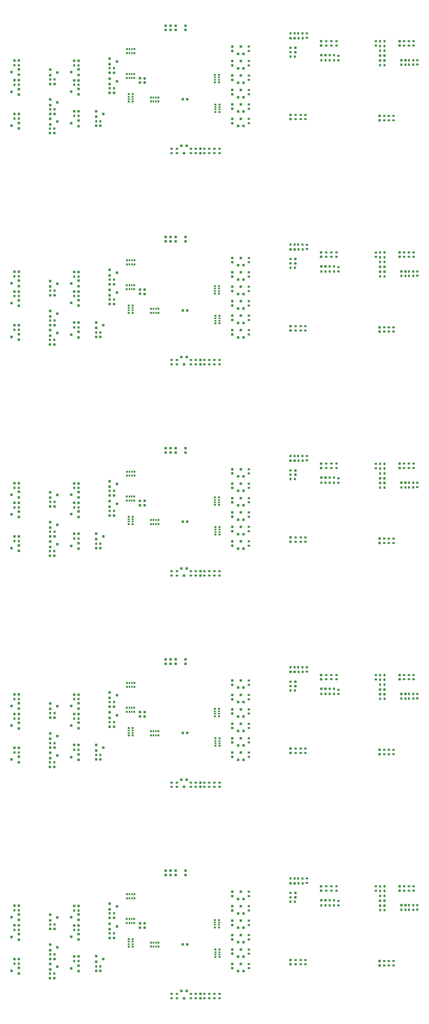
<source format=gbp>
G04*
G04 #@! TF.GenerationSoftware,Altium Limited,Altium Designer,25.3.3 (18)*
G04*
G04 Layer_Color=128*
%FSLAX44Y44*%
%MOMM*%
G71*
G04*
G04 #@! TF.SameCoordinates,C1B4E693-D7F7-4543-9357-B74F73BC7D76*
G04*
G04*
G04 #@! TF.FilePolarity,Positive*
G04*
G01*
G75*
G04:AMPARAMS|DCode=18|XSize=0.8mm|YSize=0.8mm|CornerRadius=0.12mm|HoleSize=0mm|Usage=FLASHONLY|Rotation=270.000|XOffset=0mm|YOffset=0mm|HoleType=Round|Shape=RoundedRectangle|*
%AMROUNDEDRECTD18*
21,1,0.8000,0.5600,0,0,270.0*
21,1,0.5600,0.8000,0,0,270.0*
1,1,0.2400,-0.2800,-0.2800*
1,1,0.2400,-0.2800,0.2800*
1,1,0.2400,0.2800,0.2800*
1,1,0.2400,0.2800,-0.2800*
%
%ADD18ROUNDEDRECTD18*%
%ADD19R,0.6400X0.7000*%
%ADD20R,0.5000X0.7000*%
G04:AMPARAMS|DCode=21|XSize=0.9mm|YSize=0.6mm|CornerRadius=0.09mm|HoleSize=0mm|Usage=FLASHONLY|Rotation=0.000|XOffset=0mm|YOffset=0mm|HoleType=Round|Shape=RoundedRectangle|*
%AMROUNDEDRECTD21*
21,1,0.9000,0.4200,0,0,0.0*
21,1,0.7200,0.6000,0,0,0.0*
1,1,0.1800,0.3600,-0.2100*
1,1,0.1800,-0.3600,-0.2100*
1,1,0.1800,-0.3600,0.2100*
1,1,0.1800,0.3600,0.2100*
%
%ADD21ROUNDEDRECTD21*%
G04:AMPARAMS|DCode=26|XSize=0.8mm|YSize=0.8mm|CornerRadius=0.12mm|HoleSize=0mm|Usage=FLASHONLY|Rotation=180.000|XOffset=0mm|YOffset=0mm|HoleType=Round|Shape=RoundedRectangle|*
%AMROUNDEDRECTD26*
21,1,0.8000,0.5600,0,0,180.0*
21,1,0.5600,0.8000,0,0,180.0*
1,1,0.2400,-0.2800,0.2800*
1,1,0.2400,0.2800,0.2800*
1,1,0.2400,0.2800,-0.2800*
1,1,0.2400,-0.2800,-0.2800*
%
%ADD26ROUNDEDRECTD26*%
%ADD29R,0.9000X0.9500*%
G04:AMPARAMS|DCode=32|XSize=0.9mm|YSize=0.6mm|CornerRadius=0.09mm|HoleSize=0mm|Usage=FLASHONLY|Rotation=90.000|XOffset=0mm|YOffset=0mm|HoleType=Round|Shape=RoundedRectangle|*
%AMROUNDEDRECTD32*
21,1,0.9000,0.4200,0,0,90.0*
21,1,0.7200,0.6000,0,0,90.0*
1,1,0.1800,0.2100,0.3600*
1,1,0.1800,0.2100,-0.3600*
1,1,0.1800,-0.2100,-0.3600*
1,1,0.1800,-0.2100,0.3600*
%
%ADD32ROUNDEDRECTD32*%
%ADD33R,0.7000X0.6400*%
%ADD34R,0.7000X0.5000*%
%ADD81R,0.9500X0.9000*%
D18*
X97100Y3204200D02*
D03*
X112100D02*
D03*
X220100Y3137800D02*
D03*
X235100D02*
D03*
X220400Y3204400D02*
D03*
X235400D02*
D03*
X97100Y3388600D02*
D03*
X112100D02*
D03*
X220400Y3307880D02*
D03*
X235400D02*
D03*
X112100Y3320800D02*
D03*
X97100D02*
D03*
X303570Y3387840D02*
D03*
X318570D02*
D03*
X303570Y3320320D02*
D03*
X318570D02*
D03*
X426510Y3276800D02*
D03*
X441510D02*
D03*
X426510Y3346120D02*
D03*
X441510D02*
D03*
X318570Y3213650D02*
D03*
X303570D02*
D03*
X394390Y3163780D02*
D03*
X379390D02*
D03*
X1158360Y3407680D02*
D03*
X1173360D02*
D03*
X1435220Y3390010D02*
D03*
X1450220D02*
D03*
X1362290Y3405564D02*
D03*
X1377290D02*
D03*
Y3389052D02*
D03*
X1362290D02*
D03*
X1051680Y3466100D02*
D03*
X1066680D02*
D03*
X694300Y3255200D02*
D03*
X679300D02*
D03*
X97100Y2474200D02*
D03*
X112100D02*
D03*
X220100Y2407800D02*
D03*
X235100D02*
D03*
X220400Y2474400D02*
D03*
X235400D02*
D03*
X97100Y2658600D02*
D03*
X112100D02*
D03*
X220400Y2577880D02*
D03*
X235400D02*
D03*
X112100Y2590800D02*
D03*
X97100D02*
D03*
X303570Y2657840D02*
D03*
X318570D02*
D03*
X303570Y2590320D02*
D03*
X318570D02*
D03*
X426510Y2546800D02*
D03*
X441510D02*
D03*
X426510Y2616120D02*
D03*
X441510D02*
D03*
X318570Y2483650D02*
D03*
X303570D02*
D03*
X394390Y2433780D02*
D03*
X379390D02*
D03*
X1158360Y2677680D02*
D03*
X1173360D02*
D03*
X1435220Y2660010D02*
D03*
X1450220D02*
D03*
X1362290Y2675564D02*
D03*
X1377290D02*
D03*
Y2659052D02*
D03*
X1362290D02*
D03*
X1051680Y2736100D02*
D03*
X1066680D02*
D03*
X694300Y2525200D02*
D03*
X679300D02*
D03*
X97100Y1744200D02*
D03*
X112100D02*
D03*
X220100Y1677800D02*
D03*
X235100D02*
D03*
X220400Y1744400D02*
D03*
X235400D02*
D03*
X97100Y1928600D02*
D03*
X112100D02*
D03*
X220400Y1847880D02*
D03*
X235400D02*
D03*
X112100Y1860800D02*
D03*
X97100D02*
D03*
X303570Y1927840D02*
D03*
X318570D02*
D03*
X303570Y1860320D02*
D03*
X318570D02*
D03*
X426510Y1816800D02*
D03*
X441510D02*
D03*
X426510Y1886120D02*
D03*
X441510D02*
D03*
X318570Y1753650D02*
D03*
X303570D02*
D03*
X394390Y1703780D02*
D03*
X379390D02*
D03*
X1158360Y1947680D02*
D03*
X1173360D02*
D03*
X1435220Y1930010D02*
D03*
X1450220D02*
D03*
X1362290Y1945564D02*
D03*
X1377290D02*
D03*
Y1929052D02*
D03*
X1362290D02*
D03*
X1051680Y2006100D02*
D03*
X1066680D02*
D03*
X694300Y1795200D02*
D03*
X679300D02*
D03*
X97100Y1014200D02*
D03*
X112100D02*
D03*
X220100Y947800D02*
D03*
X235100D02*
D03*
X220400Y1014400D02*
D03*
X235400D02*
D03*
X97100Y1198600D02*
D03*
X112100D02*
D03*
X220400Y1117880D02*
D03*
X235400D02*
D03*
X112100Y1130800D02*
D03*
X97100D02*
D03*
X303570Y1197840D02*
D03*
X318570D02*
D03*
X303570Y1130320D02*
D03*
X318570D02*
D03*
X426510Y1086800D02*
D03*
X441510D02*
D03*
X426510Y1156120D02*
D03*
X441510D02*
D03*
X318570Y1023650D02*
D03*
X303570D02*
D03*
X394390Y973780D02*
D03*
X379390D02*
D03*
X1158360Y1217680D02*
D03*
X1173360D02*
D03*
X1435220Y1200010D02*
D03*
X1450220D02*
D03*
X1362290Y1215564D02*
D03*
X1377290D02*
D03*
Y1199052D02*
D03*
X1362290D02*
D03*
X1051680Y1276100D02*
D03*
X1066680D02*
D03*
X694300Y1065200D02*
D03*
X679300D02*
D03*
X1377290Y485564D02*
D03*
X1362290D02*
D03*
Y469052D02*
D03*
X1377290D02*
D03*
X1450220Y470010D02*
D03*
X1435220D02*
D03*
X1173360Y487680D02*
D03*
X1158360D02*
D03*
X1066680Y546100D02*
D03*
X1051680D02*
D03*
X679300Y335200D02*
D03*
X694300D02*
D03*
X441510Y426120D02*
D03*
X426510D02*
D03*
X441510Y356800D02*
D03*
X426510D02*
D03*
X318570Y467840D02*
D03*
X303570D02*
D03*
X318570Y400320D02*
D03*
X303570D02*
D03*
X379390Y243780D02*
D03*
X394390D02*
D03*
X303570Y293650D02*
D03*
X318570D02*
D03*
X235100Y217800D02*
D03*
X220100D02*
D03*
X235400Y284400D02*
D03*
X220400D02*
D03*
X235400Y387880D02*
D03*
X220400D02*
D03*
X112100Y468600D02*
D03*
X97100D02*
D03*
Y400800D02*
D03*
X112100D02*
D03*
Y284200D02*
D03*
X97100D02*
D03*
D19*
X511700Y3414400D02*
D03*
X486300D02*
D03*
Y3428400D02*
D03*
X511700D02*
D03*
X485900Y3328600D02*
D03*
X511300D02*
D03*
Y3342600D02*
D03*
X485900D02*
D03*
X569440Y3247100D02*
D03*
X594840D02*
D03*
Y3261100D02*
D03*
X569440D02*
D03*
X511700Y2684400D02*
D03*
X486300D02*
D03*
Y2698400D02*
D03*
X511700D02*
D03*
X485900Y2598600D02*
D03*
X511300D02*
D03*
Y2612600D02*
D03*
X485900D02*
D03*
X569440Y2517100D02*
D03*
X594840D02*
D03*
Y2531100D02*
D03*
X569440D02*
D03*
X511700Y1954400D02*
D03*
X486300D02*
D03*
Y1968400D02*
D03*
X511700D02*
D03*
X485900Y1868600D02*
D03*
X511300D02*
D03*
Y1882600D02*
D03*
X485900D02*
D03*
X569440Y1787100D02*
D03*
X594840D02*
D03*
Y1801100D02*
D03*
X569440D02*
D03*
X511700Y1224400D02*
D03*
X486300D02*
D03*
Y1238400D02*
D03*
X511700D02*
D03*
X485900Y1138600D02*
D03*
X511300D02*
D03*
Y1152600D02*
D03*
X485900D02*
D03*
X569440Y1057100D02*
D03*
X594840D02*
D03*
Y1071100D02*
D03*
X569440D02*
D03*
X485900Y422600D02*
D03*
X511300D02*
D03*
Y408600D02*
D03*
X485900D02*
D03*
X569440Y341100D02*
D03*
X594840D02*
D03*
Y327100D02*
D03*
X569440D02*
D03*
X511700Y508400D02*
D03*
X486300D02*
D03*
Y494400D02*
D03*
X511700D02*
D03*
D20*
X503000Y3414400D02*
D03*
X495000D02*
D03*
Y3428400D02*
D03*
X503000D02*
D03*
X494600Y3328600D02*
D03*
X502600D02*
D03*
Y3342600D02*
D03*
X494600D02*
D03*
X578140Y3247100D02*
D03*
X586140D02*
D03*
Y3261100D02*
D03*
X578140D02*
D03*
X503000Y2684400D02*
D03*
X495000D02*
D03*
Y2698400D02*
D03*
X503000D02*
D03*
X494600Y2598600D02*
D03*
X502600D02*
D03*
Y2612600D02*
D03*
X494600D02*
D03*
X578140Y2517100D02*
D03*
X586140D02*
D03*
Y2531100D02*
D03*
X578140D02*
D03*
X503000Y1954400D02*
D03*
X495000D02*
D03*
Y1968400D02*
D03*
X503000D02*
D03*
X494600Y1868600D02*
D03*
X502600D02*
D03*
Y1882600D02*
D03*
X494600D02*
D03*
X578140Y1787100D02*
D03*
X586140D02*
D03*
Y1801100D02*
D03*
X578140D02*
D03*
X503000Y1224400D02*
D03*
X495000D02*
D03*
Y1238400D02*
D03*
X503000D02*
D03*
X494600Y1138600D02*
D03*
X502600D02*
D03*
Y1152600D02*
D03*
X494600D02*
D03*
X578140Y1057100D02*
D03*
X586140D02*
D03*
Y1071100D02*
D03*
X578140D02*
D03*
X494600Y422600D02*
D03*
X502600D02*
D03*
Y408600D02*
D03*
X494600D02*
D03*
X578140Y341100D02*
D03*
X586140D02*
D03*
Y327100D02*
D03*
X578140D02*
D03*
X503000Y508400D02*
D03*
X495000D02*
D03*
Y494400D02*
D03*
X503000D02*
D03*
D21*
X770680Y3068930D02*
D03*
Y3083930D02*
D03*
X754170Y3068930D02*
D03*
Y3083930D02*
D03*
X806240Y3068930D02*
D03*
Y3083930D02*
D03*
X788460Y3068930D02*
D03*
Y3083930D02*
D03*
X707800Y3068930D02*
D03*
Y3083930D02*
D03*
X724000D02*
D03*
Y3068930D02*
D03*
X640800Y3083930D02*
D03*
Y3068930D02*
D03*
X659000D02*
D03*
Y3083930D02*
D03*
X1408800Y3197100D02*
D03*
Y3182100D02*
D03*
X1211580Y3455710D02*
D03*
Y3440710D02*
D03*
X907880Y3237294D02*
D03*
Y3222294D02*
D03*
X1193800Y3455710D02*
D03*
Y3440710D02*
D03*
X1392633Y3197100D02*
D03*
Y3182100D02*
D03*
X1176020Y3455710D02*
D03*
Y3440710D02*
D03*
X1376467Y3197100D02*
D03*
Y3182100D02*
D03*
X1478280Y3455710D02*
D03*
Y3440710D02*
D03*
X1461770Y3455710D02*
D03*
Y3440710D02*
D03*
X907880Y3421790D02*
D03*
Y3436790D02*
D03*
X1217930Y3404900D02*
D03*
Y3389900D02*
D03*
X1445260Y3440710D02*
D03*
Y3455710D02*
D03*
X1490980Y3375010D02*
D03*
Y3390010D02*
D03*
X907880Y3272168D02*
D03*
Y3287168D02*
D03*
X1103770Y3186030D02*
D03*
Y3201030D02*
D03*
X1087260Y3186030D02*
D03*
Y3201030D02*
D03*
X1347800Y3440300D02*
D03*
Y3455300D02*
D03*
X907880Y3386916D02*
D03*
Y3371916D02*
D03*
X1069480Y3186030D02*
D03*
Y3201030D02*
D03*
X907880Y3337042D02*
D03*
Y3322042D02*
D03*
X1108710Y3482490D02*
D03*
Y3467490D02*
D03*
X1052080Y3432670D02*
D03*
Y3417670D02*
D03*
X907880Y3172420D02*
D03*
Y3187420D02*
D03*
X770680Y2338930D02*
D03*
Y2353930D02*
D03*
X754170Y2338930D02*
D03*
Y2353930D02*
D03*
X806240Y2338930D02*
D03*
Y2353930D02*
D03*
X788460Y2338930D02*
D03*
Y2353930D02*
D03*
X707800Y2338930D02*
D03*
Y2353930D02*
D03*
X724000D02*
D03*
Y2338930D02*
D03*
X640800Y2353930D02*
D03*
Y2338930D02*
D03*
X659000D02*
D03*
Y2353930D02*
D03*
X1408800Y2467100D02*
D03*
Y2452100D02*
D03*
X1211580Y2725710D02*
D03*
Y2710710D02*
D03*
X907880Y2507294D02*
D03*
Y2492294D02*
D03*
X1193800Y2725710D02*
D03*
Y2710710D02*
D03*
X1392633Y2467100D02*
D03*
Y2452100D02*
D03*
X1176020Y2725710D02*
D03*
Y2710710D02*
D03*
X1376467Y2467100D02*
D03*
Y2452100D02*
D03*
X1478280Y2725710D02*
D03*
Y2710710D02*
D03*
X1461770Y2725710D02*
D03*
Y2710710D02*
D03*
X907880Y2691790D02*
D03*
Y2706790D02*
D03*
X1217930Y2674900D02*
D03*
Y2659900D02*
D03*
X1445260Y2710710D02*
D03*
Y2725710D02*
D03*
X1490980Y2645010D02*
D03*
Y2660010D02*
D03*
X907880Y2542168D02*
D03*
Y2557168D02*
D03*
X1103770Y2456030D02*
D03*
Y2471030D02*
D03*
X1087260Y2456030D02*
D03*
Y2471030D02*
D03*
X1347800Y2710300D02*
D03*
Y2725300D02*
D03*
X907880Y2656916D02*
D03*
Y2641916D02*
D03*
X1069480Y2456030D02*
D03*
Y2471030D02*
D03*
X907880Y2607042D02*
D03*
Y2592042D02*
D03*
X1108710Y2752490D02*
D03*
Y2737490D02*
D03*
X1052080Y2702670D02*
D03*
Y2687670D02*
D03*
X907880Y2442420D02*
D03*
Y2457420D02*
D03*
X770680Y1608930D02*
D03*
Y1623930D02*
D03*
X754170Y1608930D02*
D03*
Y1623930D02*
D03*
X806240Y1608930D02*
D03*
Y1623930D02*
D03*
X788460Y1608930D02*
D03*
Y1623930D02*
D03*
X707800Y1608930D02*
D03*
Y1623930D02*
D03*
X724000D02*
D03*
Y1608930D02*
D03*
X640800Y1623930D02*
D03*
Y1608930D02*
D03*
X659000D02*
D03*
Y1623930D02*
D03*
X1408800Y1737100D02*
D03*
Y1722100D02*
D03*
X1211580Y1995710D02*
D03*
Y1980710D02*
D03*
X907880Y1777294D02*
D03*
Y1762294D02*
D03*
X1193800Y1995710D02*
D03*
Y1980710D02*
D03*
X1392633Y1737100D02*
D03*
Y1722100D02*
D03*
X1176020Y1995710D02*
D03*
Y1980710D02*
D03*
X1376467Y1737100D02*
D03*
Y1722100D02*
D03*
X1478280Y1995710D02*
D03*
Y1980710D02*
D03*
X1461770Y1995710D02*
D03*
Y1980710D02*
D03*
X907880Y1961790D02*
D03*
Y1976790D02*
D03*
X1217930Y1944900D02*
D03*
Y1929900D02*
D03*
X1445260Y1980710D02*
D03*
Y1995710D02*
D03*
X1490980Y1915010D02*
D03*
Y1930010D02*
D03*
X907880Y1812168D02*
D03*
Y1827168D02*
D03*
X1103770Y1726030D02*
D03*
Y1741030D02*
D03*
X1087260Y1726030D02*
D03*
Y1741030D02*
D03*
X1347800Y1980300D02*
D03*
Y1995300D02*
D03*
X907880Y1926916D02*
D03*
Y1911916D02*
D03*
X1069480Y1726030D02*
D03*
Y1741030D02*
D03*
X907880Y1877042D02*
D03*
Y1862042D02*
D03*
X1108710Y2022490D02*
D03*
Y2007490D02*
D03*
X1052080Y1972670D02*
D03*
Y1957670D02*
D03*
X907880Y1712420D02*
D03*
Y1727420D02*
D03*
X770680Y878930D02*
D03*
Y893930D02*
D03*
X754170Y878930D02*
D03*
Y893930D02*
D03*
X806240Y878930D02*
D03*
Y893930D02*
D03*
X788460Y878930D02*
D03*
Y893930D02*
D03*
X707800Y878930D02*
D03*
Y893930D02*
D03*
X724000D02*
D03*
Y878930D02*
D03*
X640800Y893930D02*
D03*
Y878930D02*
D03*
X659000D02*
D03*
Y893930D02*
D03*
X1408800Y1007100D02*
D03*
Y992100D02*
D03*
X1211580Y1265710D02*
D03*
Y1250710D02*
D03*
X907880Y1047294D02*
D03*
Y1032294D02*
D03*
X1193800Y1265710D02*
D03*
Y1250710D02*
D03*
X1392633Y1007100D02*
D03*
Y992100D02*
D03*
X1176020Y1265710D02*
D03*
Y1250710D02*
D03*
X1376467Y1007100D02*
D03*
Y992100D02*
D03*
X1478280Y1265710D02*
D03*
Y1250710D02*
D03*
X1461770Y1265710D02*
D03*
Y1250710D02*
D03*
X907880Y1231790D02*
D03*
Y1246790D02*
D03*
X1217930Y1214900D02*
D03*
Y1199900D02*
D03*
X1445260Y1250710D02*
D03*
Y1265710D02*
D03*
X1490980Y1185010D02*
D03*
Y1200010D02*
D03*
X907880Y1082168D02*
D03*
Y1097168D02*
D03*
X1103770Y996030D02*
D03*
Y1011030D02*
D03*
X1087260Y996030D02*
D03*
Y1011030D02*
D03*
X1347800Y1250300D02*
D03*
Y1265300D02*
D03*
X907880Y1196916D02*
D03*
Y1181916D02*
D03*
X1069480Y996030D02*
D03*
Y1011030D02*
D03*
X907880Y1147042D02*
D03*
Y1132042D02*
D03*
X1108710Y1292490D02*
D03*
Y1277490D02*
D03*
X1052080Y1242670D02*
D03*
Y1227670D02*
D03*
X907880Y982420D02*
D03*
Y997420D02*
D03*
X1347800Y535300D02*
D03*
Y520300D02*
D03*
X1445260Y535710D02*
D03*
Y520710D02*
D03*
X1461770D02*
D03*
Y535710D02*
D03*
X1478280Y520710D02*
D03*
Y535710D02*
D03*
X1490980Y470010D02*
D03*
Y455010D02*
D03*
X1376467Y262100D02*
D03*
Y277100D02*
D03*
X1392633Y262100D02*
D03*
Y277100D02*
D03*
X1408800Y262100D02*
D03*
Y277100D02*
D03*
X1217930Y469900D02*
D03*
Y484900D02*
D03*
X1176020Y520710D02*
D03*
Y535710D02*
D03*
X1193800Y520710D02*
D03*
Y535710D02*
D03*
X1211580Y520710D02*
D03*
Y535710D02*
D03*
X1108710Y547490D02*
D03*
Y562490D02*
D03*
X1052080Y497670D02*
D03*
Y512670D02*
D03*
X1069480Y281030D02*
D03*
Y266030D02*
D03*
X1087260Y281030D02*
D03*
Y266030D02*
D03*
X1103770Y281030D02*
D03*
Y266030D02*
D03*
X907880Y267420D02*
D03*
Y252420D02*
D03*
Y302294D02*
D03*
Y317294D02*
D03*
Y367168D02*
D03*
Y352168D02*
D03*
Y402042D02*
D03*
Y417042D02*
D03*
Y451916D02*
D03*
Y466916D02*
D03*
Y516790D02*
D03*
Y501790D02*
D03*
X707800Y163930D02*
D03*
Y148930D02*
D03*
X724000D02*
D03*
Y163930D02*
D03*
X754170D02*
D03*
Y148930D02*
D03*
X770680Y163930D02*
D03*
Y148930D02*
D03*
X788460Y163930D02*
D03*
Y148930D02*
D03*
X806240Y163930D02*
D03*
Y148930D02*
D03*
X659000Y163930D02*
D03*
Y148930D02*
D03*
X640800D02*
D03*
Y163930D02*
D03*
D26*
X688800Y3494300D02*
D03*
Y3509300D02*
D03*
X655200D02*
D03*
Y3494300D02*
D03*
X637333Y3509300D02*
D03*
Y3494300D02*
D03*
X547400Y3312300D02*
D03*
Y3327300D02*
D03*
X740200Y3083930D02*
D03*
Y3068930D02*
D03*
X850300Y3222294D02*
D03*
Y3237294D02*
D03*
X850300Y3187420D02*
D03*
Y3172420D02*
D03*
X1158240Y3455710D02*
D03*
Y3440710D02*
D03*
X1359800Y3197100D02*
D03*
Y3182100D02*
D03*
X1430020Y3440710D02*
D03*
Y3455710D02*
D03*
X850300Y3421790D02*
D03*
Y3436790D02*
D03*
Y3272168D02*
D03*
Y3287168D02*
D03*
X1051700Y3201030D02*
D03*
Y3186030D02*
D03*
X850300Y3371916D02*
D03*
Y3386916D02*
D03*
X850300Y3337042D02*
D03*
Y3322042D02*
D03*
X1068800Y3417600D02*
D03*
Y3432600D02*
D03*
X531600Y3312500D02*
D03*
Y3327500D02*
D03*
X619800Y3494300D02*
D03*
Y3509300D02*
D03*
X688800Y2764300D02*
D03*
Y2779300D02*
D03*
X655200D02*
D03*
Y2764300D02*
D03*
X637333Y2779300D02*
D03*
Y2764300D02*
D03*
X547400Y2582300D02*
D03*
Y2597300D02*
D03*
X740200Y2353930D02*
D03*
Y2338930D02*
D03*
X850300Y2492294D02*
D03*
Y2507294D02*
D03*
X850300Y2457420D02*
D03*
Y2442420D02*
D03*
X1158240Y2725710D02*
D03*
Y2710710D02*
D03*
X1359800Y2467100D02*
D03*
Y2452100D02*
D03*
X1430020Y2710710D02*
D03*
Y2725710D02*
D03*
X850300Y2691790D02*
D03*
Y2706790D02*
D03*
Y2542168D02*
D03*
Y2557168D02*
D03*
X1051700Y2471030D02*
D03*
Y2456030D02*
D03*
X850300Y2641916D02*
D03*
Y2656916D02*
D03*
X850300Y2607042D02*
D03*
Y2592042D02*
D03*
X1068800Y2687600D02*
D03*
Y2702600D02*
D03*
X531600Y2582500D02*
D03*
Y2597500D02*
D03*
X619800Y2764300D02*
D03*
Y2779300D02*
D03*
X688800Y2034300D02*
D03*
Y2049300D02*
D03*
X655200D02*
D03*
Y2034300D02*
D03*
X637333Y2049300D02*
D03*
Y2034300D02*
D03*
X547400Y1852300D02*
D03*
Y1867300D02*
D03*
X740200Y1623930D02*
D03*
Y1608930D02*
D03*
X850300Y1762294D02*
D03*
Y1777294D02*
D03*
X850300Y1727420D02*
D03*
Y1712420D02*
D03*
X1158240Y1995710D02*
D03*
Y1980710D02*
D03*
X1359800Y1737100D02*
D03*
Y1722100D02*
D03*
X1430020Y1980710D02*
D03*
Y1995710D02*
D03*
X850300Y1961790D02*
D03*
Y1976790D02*
D03*
Y1812168D02*
D03*
Y1827168D02*
D03*
X1051700Y1741030D02*
D03*
Y1726030D02*
D03*
X850300Y1911916D02*
D03*
Y1926916D02*
D03*
X850300Y1877042D02*
D03*
Y1862042D02*
D03*
X1068800Y1957600D02*
D03*
Y1972600D02*
D03*
X531600Y1852500D02*
D03*
Y1867500D02*
D03*
X619800Y2034300D02*
D03*
Y2049300D02*
D03*
X688800Y1304300D02*
D03*
Y1319300D02*
D03*
X655200D02*
D03*
Y1304300D02*
D03*
X637333Y1319300D02*
D03*
Y1304300D02*
D03*
X547400Y1122300D02*
D03*
Y1137300D02*
D03*
X740200Y893930D02*
D03*
Y878930D02*
D03*
X850300Y1032294D02*
D03*
Y1047294D02*
D03*
X850300Y997420D02*
D03*
Y982420D02*
D03*
X1158240Y1265710D02*
D03*
Y1250710D02*
D03*
X1359800Y1007100D02*
D03*
Y992100D02*
D03*
X1430020Y1250710D02*
D03*
Y1265710D02*
D03*
X850300Y1231790D02*
D03*
Y1246790D02*
D03*
Y1082168D02*
D03*
Y1097168D02*
D03*
X1051700Y1011030D02*
D03*
Y996030D02*
D03*
X850300Y1181916D02*
D03*
Y1196916D02*
D03*
X850300Y1147042D02*
D03*
Y1132042D02*
D03*
X1068800Y1227600D02*
D03*
Y1242600D02*
D03*
X531600Y1122500D02*
D03*
Y1137500D02*
D03*
X619800Y1304300D02*
D03*
Y1319300D02*
D03*
X1430020Y535710D02*
D03*
Y520710D02*
D03*
X1359800Y262100D02*
D03*
Y277100D02*
D03*
X1158240Y520710D02*
D03*
Y535710D02*
D03*
X1068800Y512600D02*
D03*
Y497600D02*
D03*
X1051700Y266030D02*
D03*
Y281030D02*
D03*
X850300Y252420D02*
D03*
Y267420D02*
D03*
X850300Y317294D02*
D03*
Y302294D02*
D03*
X850300Y367168D02*
D03*
Y352168D02*
D03*
Y402042D02*
D03*
Y417042D02*
D03*
X850300Y466916D02*
D03*
Y451916D02*
D03*
X850300Y516790D02*
D03*
Y501790D02*
D03*
X637333Y574300D02*
D03*
Y589300D02*
D03*
X619800D02*
D03*
Y574300D02*
D03*
X655200D02*
D03*
Y589300D02*
D03*
X688800D02*
D03*
Y574300D02*
D03*
X740200Y148930D02*
D03*
Y163930D02*
D03*
X531600Y407500D02*
D03*
Y392500D02*
D03*
X547400Y407300D02*
D03*
Y392300D02*
D03*
D29*
X674390Y3093930D02*
D03*
X683890Y3068930D02*
D03*
X693390Y3093930D02*
D03*
X889740Y3162420D02*
D03*
X880240Y3187420D02*
D03*
X870740Y3162420D02*
D03*
Y3411790D02*
D03*
X880240Y3436790D02*
D03*
X889740Y3411790D02*
D03*
Y3262168D02*
D03*
X880240Y3287168D02*
D03*
X870740Y3262168D02*
D03*
X889740Y3361916D02*
D03*
X880240Y3386916D02*
D03*
X870740Y3361916D02*
D03*
Y3212294D02*
D03*
X880240Y3237294D02*
D03*
X889740Y3212294D02*
D03*
X870740Y3312042D02*
D03*
X880240Y3337042D02*
D03*
X889740Y3312042D02*
D03*
X674390Y2363930D02*
D03*
X683890Y2338930D02*
D03*
X693390Y2363930D02*
D03*
X889740Y2432420D02*
D03*
X880240Y2457420D02*
D03*
X870740Y2432420D02*
D03*
Y2681790D02*
D03*
X880240Y2706790D02*
D03*
X889740Y2681790D02*
D03*
Y2532168D02*
D03*
X880240Y2557168D02*
D03*
X870740Y2532168D02*
D03*
X889740Y2631916D02*
D03*
X880240Y2656916D02*
D03*
X870740Y2631916D02*
D03*
Y2482294D02*
D03*
X880240Y2507294D02*
D03*
X889740Y2482294D02*
D03*
X870740Y2582042D02*
D03*
X880240Y2607042D02*
D03*
X889740Y2582042D02*
D03*
X674390Y1633930D02*
D03*
X683890Y1608930D02*
D03*
X693390Y1633930D02*
D03*
X889740Y1702420D02*
D03*
X880240Y1727420D02*
D03*
X870740Y1702420D02*
D03*
Y1951790D02*
D03*
X880240Y1976790D02*
D03*
X889740Y1951790D02*
D03*
Y1802168D02*
D03*
X880240Y1827168D02*
D03*
X870740Y1802168D02*
D03*
X889740Y1901916D02*
D03*
X880240Y1926916D02*
D03*
X870740Y1901916D02*
D03*
Y1752294D02*
D03*
X880240Y1777294D02*
D03*
X889740Y1752294D02*
D03*
X870740Y1852042D02*
D03*
X880240Y1877042D02*
D03*
X889740Y1852042D02*
D03*
X674390Y903930D02*
D03*
X683890Y878930D02*
D03*
X693390Y903930D02*
D03*
X889740Y972420D02*
D03*
X880240Y997420D02*
D03*
X870740Y972420D02*
D03*
Y1221790D02*
D03*
X880240Y1246790D02*
D03*
X889740Y1221790D02*
D03*
Y1072168D02*
D03*
X880240Y1097168D02*
D03*
X870740Y1072168D02*
D03*
X889740Y1171916D02*
D03*
X880240Y1196916D02*
D03*
X870740Y1171916D02*
D03*
Y1022294D02*
D03*
X880240Y1047294D02*
D03*
X889740Y1022294D02*
D03*
X870740Y1122042D02*
D03*
X880240Y1147042D02*
D03*
X889740Y1122042D02*
D03*
X870740Y242420D02*
D03*
X880240Y267420D02*
D03*
X889740Y242420D02*
D03*
Y292294D02*
D03*
X880240Y317294D02*
D03*
X870740Y292294D02*
D03*
Y342168D02*
D03*
X880240Y367168D02*
D03*
X889740Y342168D02*
D03*
Y392042D02*
D03*
X880240Y417042D02*
D03*
X870740Y392042D02*
D03*
Y441916D02*
D03*
X880240Y466916D02*
D03*
X889740Y441916D02*
D03*
Y491790D02*
D03*
X880240Y516790D02*
D03*
X870740Y491790D02*
D03*
X693390Y173930D02*
D03*
X683890Y148930D02*
D03*
X674390Y173930D02*
D03*
D32*
X112100Y3188200D02*
D03*
X97100D02*
D03*
X235100Y3153800D02*
D03*
X220100D02*
D03*
X235400Y3220400D02*
D03*
X220400D02*
D03*
X112100Y3372600D02*
D03*
X97100D02*
D03*
X235400Y3323800D02*
D03*
X220400D02*
D03*
X97100Y3304800D02*
D03*
X112100D02*
D03*
X318570Y3372130D02*
D03*
X303570D02*
D03*
X318570Y3304810D02*
D03*
X303570D02*
D03*
X441510Y3292910D02*
D03*
X426510D02*
D03*
X441510Y3362230D02*
D03*
X426510D02*
D03*
X303570Y3197140D02*
D03*
X318570D02*
D03*
X379390Y3179020D02*
D03*
X394390D02*
D03*
X1202570Y3407680D02*
D03*
X1187570D02*
D03*
Y3389900D02*
D03*
X1202570D02*
D03*
X1173360Y3389900D02*
D03*
X1158360D02*
D03*
X1477010Y3390010D02*
D03*
X1462010D02*
D03*
X1476890Y3374210D02*
D03*
X1461890D02*
D03*
X1435220D02*
D03*
X1450220D02*
D03*
X1361900Y3455600D02*
D03*
X1376900D02*
D03*
X1362290Y3439088D02*
D03*
X1377290D02*
D03*
X1362290Y3422576D02*
D03*
X1377290D02*
D03*
Y3373040D02*
D03*
X1362290D02*
D03*
X1094620Y3466100D02*
D03*
X1079620D02*
D03*
X1093350Y3482610D02*
D03*
X1078350D02*
D03*
X1067080Y3402310D02*
D03*
X1052080D02*
D03*
X1051680Y3482610D02*
D03*
X1066680D02*
D03*
X112100Y2458200D02*
D03*
X97100D02*
D03*
X235100Y2423800D02*
D03*
X220100D02*
D03*
X235400Y2490400D02*
D03*
X220400D02*
D03*
X112100Y2642600D02*
D03*
X97100D02*
D03*
X235400Y2593800D02*
D03*
X220400D02*
D03*
X97100Y2574800D02*
D03*
X112100D02*
D03*
X318570Y2642130D02*
D03*
X303570D02*
D03*
X318570Y2574810D02*
D03*
X303570D02*
D03*
X441510Y2562910D02*
D03*
X426510D02*
D03*
X441510Y2632230D02*
D03*
X426510D02*
D03*
X303570Y2467140D02*
D03*
X318570D02*
D03*
X379390Y2449020D02*
D03*
X394390D02*
D03*
X1202570Y2677680D02*
D03*
X1187570D02*
D03*
Y2659900D02*
D03*
X1202570D02*
D03*
X1173360Y2659900D02*
D03*
X1158360D02*
D03*
X1477010Y2660010D02*
D03*
X1462010D02*
D03*
X1476890Y2644210D02*
D03*
X1461890D02*
D03*
X1435220D02*
D03*
X1450220D02*
D03*
X1361900Y2725600D02*
D03*
X1376900D02*
D03*
X1362290Y2709088D02*
D03*
X1377290D02*
D03*
X1362290Y2692576D02*
D03*
X1377290D02*
D03*
Y2643040D02*
D03*
X1362290D02*
D03*
X1094620Y2736100D02*
D03*
X1079620D02*
D03*
X1093350Y2752610D02*
D03*
X1078350D02*
D03*
X1067080Y2672310D02*
D03*
X1052080D02*
D03*
X1051680Y2752610D02*
D03*
X1066680D02*
D03*
X112100Y1728200D02*
D03*
X97100D02*
D03*
X235100Y1693800D02*
D03*
X220100D02*
D03*
X235400Y1760400D02*
D03*
X220400D02*
D03*
X112100Y1912600D02*
D03*
X97100D02*
D03*
X235400Y1863800D02*
D03*
X220400D02*
D03*
X97100Y1844800D02*
D03*
X112100D02*
D03*
X318570Y1912130D02*
D03*
X303570D02*
D03*
X318570Y1844810D02*
D03*
X303570D02*
D03*
X441510Y1832910D02*
D03*
X426510D02*
D03*
X441510Y1902230D02*
D03*
X426510D02*
D03*
X303570Y1737140D02*
D03*
X318570D02*
D03*
X379390Y1719020D02*
D03*
X394390D02*
D03*
X1202570Y1947680D02*
D03*
X1187570D02*
D03*
Y1929900D02*
D03*
X1202570D02*
D03*
X1173360Y1929900D02*
D03*
X1158360D02*
D03*
X1477010Y1930010D02*
D03*
X1462010D02*
D03*
X1476890Y1914210D02*
D03*
X1461890D02*
D03*
X1435220D02*
D03*
X1450220D02*
D03*
X1361900Y1995600D02*
D03*
X1376900D02*
D03*
X1362290Y1979088D02*
D03*
X1377290D02*
D03*
X1362290Y1962576D02*
D03*
X1377290D02*
D03*
Y1913040D02*
D03*
X1362290D02*
D03*
X1094620Y2006100D02*
D03*
X1079620D02*
D03*
X1093350Y2022610D02*
D03*
X1078350D02*
D03*
X1067080Y1942310D02*
D03*
X1052080D02*
D03*
X1051680Y2022610D02*
D03*
X1066680D02*
D03*
X112100Y998200D02*
D03*
X97100D02*
D03*
X235100Y963800D02*
D03*
X220100D02*
D03*
X235400Y1030400D02*
D03*
X220400D02*
D03*
X112100Y1182600D02*
D03*
X97100D02*
D03*
X235400Y1133800D02*
D03*
X220400D02*
D03*
X97100Y1114800D02*
D03*
X112100D02*
D03*
X318570Y1182130D02*
D03*
X303570D02*
D03*
X318570Y1114810D02*
D03*
X303570D02*
D03*
X441510Y1102910D02*
D03*
X426510D02*
D03*
X441510Y1172230D02*
D03*
X426510D02*
D03*
X303570Y1007140D02*
D03*
X318570D02*
D03*
X379390Y989020D02*
D03*
X394390D02*
D03*
X1202570Y1217680D02*
D03*
X1187570D02*
D03*
Y1199900D02*
D03*
X1202570D02*
D03*
X1173360Y1199900D02*
D03*
X1158360D02*
D03*
X1477010Y1200010D02*
D03*
X1462010D02*
D03*
X1476890Y1184210D02*
D03*
X1461890D02*
D03*
X1435220D02*
D03*
X1450220D02*
D03*
X1361900Y1265600D02*
D03*
X1376900D02*
D03*
X1362290Y1249088D02*
D03*
X1377290D02*
D03*
X1362290Y1232576D02*
D03*
X1377290D02*
D03*
Y1183040D02*
D03*
X1362290D02*
D03*
X1094620Y1276100D02*
D03*
X1079620D02*
D03*
X1093350Y1292610D02*
D03*
X1078350D02*
D03*
X1067080Y1212310D02*
D03*
X1052080D02*
D03*
X1051680Y1292610D02*
D03*
X1066680D02*
D03*
X1376900Y535600D02*
D03*
X1361900D02*
D03*
X1377290Y519088D02*
D03*
X1362290D02*
D03*
X1377290Y502576D02*
D03*
X1362290D02*
D03*
Y453040D02*
D03*
X1377290D02*
D03*
X1461890Y454210D02*
D03*
X1476890D02*
D03*
X1462010Y470010D02*
D03*
X1477010D02*
D03*
X1450220Y454210D02*
D03*
X1435220D02*
D03*
X1202570Y469900D02*
D03*
X1187570D02*
D03*
Y487680D02*
D03*
X1202570D02*
D03*
X1158360Y469900D02*
D03*
X1173360D02*
D03*
X1079620Y546100D02*
D03*
X1094620D02*
D03*
X1078350Y562610D02*
D03*
X1093350D02*
D03*
X1066680Y562610D02*
D03*
X1051680D02*
D03*
X1052080Y482310D02*
D03*
X1067080D02*
D03*
X426510Y442230D02*
D03*
X441510D02*
D03*
X426510Y372910D02*
D03*
X441510D02*
D03*
X303570Y452130D02*
D03*
X318570D02*
D03*
X303570Y384810D02*
D03*
X318570D02*
D03*
X394390Y259020D02*
D03*
X379390D02*
D03*
X318570Y277140D02*
D03*
X303570D02*
D03*
X220100Y233800D02*
D03*
X235100D02*
D03*
X220400Y300400D02*
D03*
X235400D02*
D03*
X220400Y403800D02*
D03*
X235400D02*
D03*
X97100Y452600D02*
D03*
X112100D02*
D03*
Y384800D02*
D03*
X97100D02*
D03*
Y268200D02*
D03*
X112100D02*
D03*
D33*
X790466Y3338900D02*
D03*
Y3313500D02*
D03*
X804466D02*
D03*
Y3338900D02*
D03*
X492000Y3247100D02*
D03*
Y3272500D02*
D03*
X506000D02*
D03*
Y3247100D02*
D03*
X806200Y3236700D02*
D03*
Y3211300D02*
D03*
X792200D02*
D03*
Y3236700D02*
D03*
X790466Y2608900D02*
D03*
Y2583500D02*
D03*
X804466D02*
D03*
Y2608900D02*
D03*
X492000Y2517100D02*
D03*
Y2542500D02*
D03*
X506000D02*
D03*
Y2517100D02*
D03*
X806200Y2506700D02*
D03*
Y2481300D02*
D03*
X792200D02*
D03*
Y2506700D02*
D03*
X790466Y1878900D02*
D03*
Y1853500D02*
D03*
X804466D02*
D03*
Y1878900D02*
D03*
X492000Y1787100D02*
D03*
Y1812500D02*
D03*
X506000D02*
D03*
Y1787100D02*
D03*
X806200Y1776700D02*
D03*
Y1751300D02*
D03*
X792200D02*
D03*
Y1776700D02*
D03*
X790466Y1148900D02*
D03*
Y1123500D02*
D03*
X804466D02*
D03*
Y1148900D02*
D03*
X492000Y1057100D02*
D03*
Y1082500D02*
D03*
X506000D02*
D03*
Y1057100D02*
D03*
X806200Y1046700D02*
D03*
Y1021300D02*
D03*
X792200D02*
D03*
Y1046700D02*
D03*
X804466Y418900D02*
D03*
Y393500D02*
D03*
X790466D02*
D03*
Y418900D02*
D03*
X792200Y316700D02*
D03*
Y291300D02*
D03*
X806200D02*
D03*
Y316700D02*
D03*
X506000Y327100D02*
D03*
Y352500D02*
D03*
X492000D02*
D03*
Y327100D02*
D03*
D34*
X790466Y3330200D02*
D03*
Y3322200D02*
D03*
X804466D02*
D03*
Y3330200D02*
D03*
X492000Y3255800D02*
D03*
Y3263800D02*
D03*
X506000D02*
D03*
Y3255800D02*
D03*
X806200Y3228000D02*
D03*
Y3220000D02*
D03*
X792200D02*
D03*
Y3228000D02*
D03*
X790466Y2600200D02*
D03*
Y2592200D02*
D03*
X804466D02*
D03*
Y2600200D02*
D03*
X492000Y2525800D02*
D03*
Y2533800D02*
D03*
X506000D02*
D03*
Y2525800D02*
D03*
X806200Y2498000D02*
D03*
Y2490000D02*
D03*
X792200D02*
D03*
Y2498000D02*
D03*
X790466Y1870200D02*
D03*
Y1862200D02*
D03*
X804466D02*
D03*
Y1870200D02*
D03*
X492000Y1795800D02*
D03*
Y1803800D02*
D03*
X506000D02*
D03*
Y1795800D02*
D03*
X806200Y1768000D02*
D03*
Y1760000D02*
D03*
X792200D02*
D03*
Y1768000D02*
D03*
X790466Y1140200D02*
D03*
Y1132200D02*
D03*
X804466D02*
D03*
Y1140200D02*
D03*
X492000Y1065800D02*
D03*
Y1073800D02*
D03*
X506000D02*
D03*
Y1065800D02*
D03*
X806200Y1038000D02*
D03*
Y1030000D02*
D03*
X792200D02*
D03*
Y1038000D02*
D03*
X804466Y410200D02*
D03*
Y402200D02*
D03*
X790466D02*
D03*
Y410200D02*
D03*
X792200Y308000D02*
D03*
Y300000D02*
D03*
X806200D02*
D03*
Y308000D02*
D03*
X506000Y335800D02*
D03*
Y343800D02*
D03*
X492000D02*
D03*
Y335800D02*
D03*
D81*
X112100Y3154300D02*
D03*
X87100Y3163800D02*
D03*
X112100Y3173300D02*
D03*
X220400Y3187200D02*
D03*
X245400Y3177700D02*
D03*
X220400Y3168200D02*
D03*
Y3253900D02*
D03*
X245400Y3244400D02*
D03*
X220400Y3234900D02*
D03*
X112100Y3339300D02*
D03*
X87100Y3348800D02*
D03*
X112100Y3358300D02*
D03*
X220400Y3357100D02*
D03*
X245400Y3347600D02*
D03*
X220400Y3338100D02*
D03*
X112100Y3290100D02*
D03*
X87100Y3280600D02*
D03*
X112100Y3271100D02*
D03*
X318570Y3339160D02*
D03*
X293570Y3348660D02*
D03*
X318570Y3358160D02*
D03*
Y3271770D02*
D03*
X293570Y3281270D02*
D03*
X318570Y3290770D02*
D03*
X426510Y3307410D02*
D03*
X451510Y3316910D02*
D03*
X426510Y3326410D02*
D03*
Y3376330D02*
D03*
X451510Y3385830D02*
D03*
X426510Y3395330D02*
D03*
X318570Y3181240D02*
D03*
X293570Y3171740D02*
D03*
X318570Y3162240D02*
D03*
X379390Y3213920D02*
D03*
X404390Y3204420D02*
D03*
X379390Y3194920D02*
D03*
X112100Y2424300D02*
D03*
X87100Y2433800D02*
D03*
X112100Y2443300D02*
D03*
X220400Y2457200D02*
D03*
X245400Y2447700D02*
D03*
X220400Y2438200D02*
D03*
Y2523900D02*
D03*
X245400Y2514400D02*
D03*
X220400Y2504900D02*
D03*
X112100Y2609300D02*
D03*
X87100Y2618800D02*
D03*
X112100Y2628300D02*
D03*
X220400Y2627100D02*
D03*
X245400Y2617600D02*
D03*
X220400Y2608100D02*
D03*
X112100Y2560100D02*
D03*
X87100Y2550600D02*
D03*
X112100Y2541100D02*
D03*
X318570Y2609160D02*
D03*
X293570Y2618660D02*
D03*
X318570Y2628160D02*
D03*
Y2541770D02*
D03*
X293570Y2551270D02*
D03*
X318570Y2560770D02*
D03*
X426510Y2577410D02*
D03*
X451510Y2586910D02*
D03*
X426510Y2596410D02*
D03*
Y2646330D02*
D03*
X451510Y2655830D02*
D03*
X426510Y2665330D02*
D03*
X318570Y2451240D02*
D03*
X293570Y2441740D02*
D03*
X318570Y2432240D02*
D03*
X379390Y2483920D02*
D03*
X404390Y2474420D02*
D03*
X379390Y2464920D02*
D03*
X112100Y1694300D02*
D03*
X87100Y1703800D02*
D03*
X112100Y1713300D02*
D03*
X220400Y1727200D02*
D03*
X245400Y1717700D02*
D03*
X220400Y1708200D02*
D03*
Y1793900D02*
D03*
X245400Y1784400D02*
D03*
X220400Y1774900D02*
D03*
X112100Y1879300D02*
D03*
X87100Y1888800D02*
D03*
X112100Y1898300D02*
D03*
X220400Y1897100D02*
D03*
X245400Y1887600D02*
D03*
X220400Y1878100D02*
D03*
X112100Y1830100D02*
D03*
X87100Y1820600D02*
D03*
X112100Y1811100D02*
D03*
X318570Y1879160D02*
D03*
X293570Y1888660D02*
D03*
X318570Y1898160D02*
D03*
Y1811770D02*
D03*
X293570Y1821270D02*
D03*
X318570Y1830770D02*
D03*
X426510Y1847410D02*
D03*
X451510Y1856910D02*
D03*
X426510Y1866410D02*
D03*
Y1916330D02*
D03*
X451510Y1925830D02*
D03*
X426510Y1935330D02*
D03*
X318570Y1721240D02*
D03*
X293570Y1711740D02*
D03*
X318570Y1702240D02*
D03*
X379390Y1753920D02*
D03*
X404390Y1744420D02*
D03*
X379390Y1734920D02*
D03*
X112100Y964300D02*
D03*
X87100Y973800D02*
D03*
X112100Y983300D02*
D03*
X220400Y997200D02*
D03*
X245400Y987700D02*
D03*
X220400Y978200D02*
D03*
Y1063900D02*
D03*
X245400Y1054400D02*
D03*
X220400Y1044900D02*
D03*
X112100Y1149300D02*
D03*
X87100Y1158800D02*
D03*
X112100Y1168300D02*
D03*
X220400Y1167100D02*
D03*
X245400Y1157600D02*
D03*
X220400Y1148100D02*
D03*
X112100Y1100100D02*
D03*
X87100Y1090600D02*
D03*
X112100Y1081100D02*
D03*
X318570Y1149160D02*
D03*
X293570Y1158660D02*
D03*
X318570Y1168160D02*
D03*
Y1081770D02*
D03*
X293570Y1091270D02*
D03*
X318570Y1100770D02*
D03*
X426510Y1117410D02*
D03*
X451510Y1126910D02*
D03*
X426510Y1136410D02*
D03*
Y1186330D02*
D03*
X451510Y1195830D02*
D03*
X426510Y1205330D02*
D03*
X318570Y991240D02*
D03*
X293570Y981740D02*
D03*
X318570Y972240D02*
D03*
X379390Y1023920D02*
D03*
X404390Y1014420D02*
D03*
X379390Y1004920D02*
D03*
X426510Y475330D02*
D03*
X451510Y465830D02*
D03*
X426510Y456330D02*
D03*
Y406410D02*
D03*
X451510Y396910D02*
D03*
X426510Y387410D02*
D03*
X318570Y438160D02*
D03*
X293570Y428660D02*
D03*
X318570Y419160D02*
D03*
Y370770D02*
D03*
X293570Y361270D02*
D03*
X318570Y351770D02*
D03*
X379390Y274920D02*
D03*
X404390Y284420D02*
D03*
X379390Y293920D02*
D03*
X318570Y242240D02*
D03*
X293570Y251740D02*
D03*
X318570Y261240D02*
D03*
X220400Y248200D02*
D03*
X245400Y257700D02*
D03*
X220400Y267200D02*
D03*
Y314900D02*
D03*
X245400Y324400D02*
D03*
X220400Y333900D02*
D03*
Y418100D02*
D03*
X245400Y427600D02*
D03*
X220400Y437100D02*
D03*
X112100Y438300D02*
D03*
X87100Y428800D02*
D03*
X112100Y419300D02*
D03*
Y351100D02*
D03*
X87100Y360600D02*
D03*
X112100Y370100D02*
D03*
Y253300D02*
D03*
X87100Y243800D02*
D03*
X112100Y234300D02*
D03*
M02*

</source>
